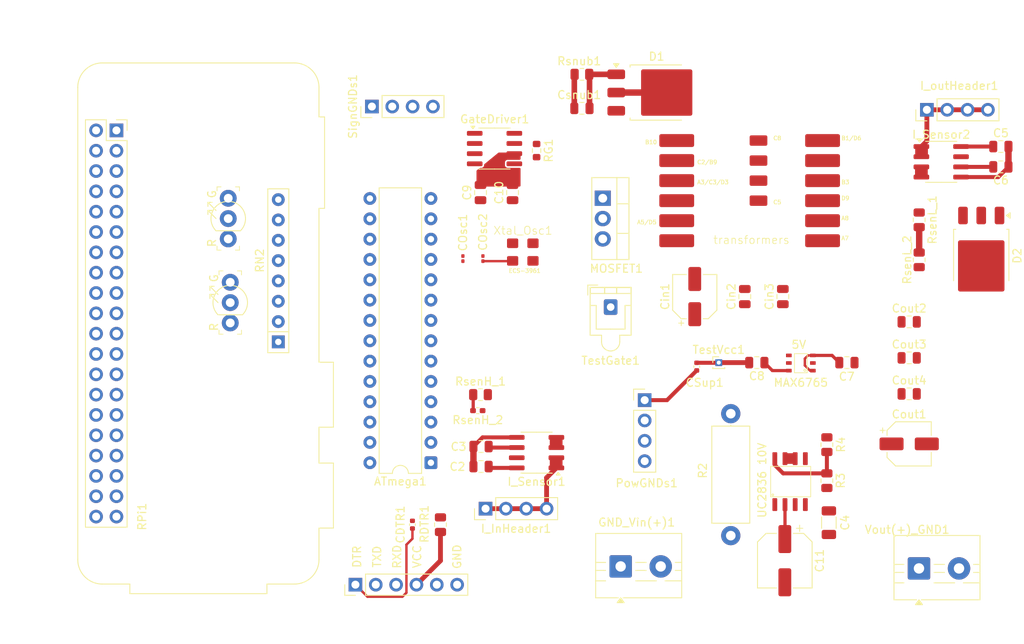
<source format=kicad_pcb>
(kicad_pcb (version 20241229) (generator "pcbnew") (generator_version "9.0")
  (title_block (title "EV Microgrid Flyback Converter ") (company "Cal Poly, Senior Project"))
  (layers (0 "F.Cu" signal) (2 "B.Cu" signal) (13 "F.Paste" user) (15 "B.Paste" user) (5 "F.SilkS" user "F.Silkscreen") (7 "B.SilkS" user "B.Silkscreen") (1 "F.Mask" user) (3 "B.Mask" user) (25 "Edge.Cuts" user))
  (net 0 "")
  (net 1 "/+5Vcc")
  (net 2 "AGND")
  (net 3 "Net-(I_Sensor1-FILTER)")
  (net 4 "PGND")
  (net 5 "/+10Vcc")
  (net 6 "Net-(I_Sensor2-FILTER)")
  (net 7 "Net-(MAX6765-ENABLE)")
  (net 8 "Net-(MAX6765-OUT)")
  (net 9 "/DTR")
  (net 10 "/!Reset")
  (net 11 "Net-(D1-A)")
  (net 12 "/Vin(+)")
  (net 13 "Net-(D2-K)")
  (net 14 "Net-(T1-SA)")
  (net 15 "Net-(D1-K)")
  (net 16 "Net-(D2-A)")
  (net 18 "/PWM")
  (net 20 "Net-(GateDriver1-~{OUT_A})")
  (net 23 "Net-(I_outHeader1-Pin_1)")
  (net 24 "Net-(T1-AA)")
  (net 25 "/IH")
  (net 26 "/IL")
  (net 27 "Net-(UC2836_10V1-Shutdown)")
  (net 28 "/Red1")
  (net 29 "/Green1")
  (net 30 "Net-(D3-A1)")
  (net 31 "Net-(D3-A2)")
  (net 32 "Net-(D4-A2)")
  (net 33 "/Red2")
  (net 34 "/Green2")
  (net 35 "Net-(D4-A1)")
  (net 36 "/VH")
  (net 38 "/VL")
  (net 39 "/SCLK")
  (net 40 "Net-(ATmega1-XTAL1{slash}PB6)")
  (net 41 "Net-(ATmega1-XTAL2{slash}PB7)")
  (net 43 "/!SS")
  (net 44 "/MOSI")
  (net 45 "/RXD")
  (net 47 "/TXD")
  (net 48 "/ProReset")
  (net 49 "/MISO")
  (net 50 "Net-(UC2836_10V1-Driver_Sink)")
  (net 51 "Net-(UC2836_10V1-Feedback)")
  (net 67 "Net-(RPi1-3V3-Pad1)")
  (net 82 "Net-(MOSFET1-G)")
  (footprint "Capacitor_SMD:C_0201_0603Metric" (layer "F.Cu") (at 136.01 80.13 -90)
    (property "Reference" "COsc2")
    (property "Value" "22pF" (hide yes))
  )
  (footprint "Capacitor_SMD:C_0805_2012Metric" (layer "F.Cu") (at 170.21 93.13 180)
    (property "Reference" "C8")
    (property "Value" "0.1u" (hide yes))
  )
  (footprint "Capacitor_SMD:C_0805_2012Metric" (layer "F.Cu") (at 189.235 92.535)
    (property "Reference" "Cout3")
    (property "Value" "5u" (hide yes))
  )
  (footprint "Capacitor_SMD:C_0201_0603Metric" (layer "F.Cu") (at 133.51 80.13 -90)
    (property "Reference" "COsc1")
    (property "Value" "22pF" (hide yes))
  )
  (footprint "Resistor_SMD:R_0805_2012Metric" (layer "F.Cu") (at 178.96 103.38 -90)
    (property "Reference" "R4")
    (property "Value" "2.5k" (hide yes))
  )
  (footprint "Capacitor_SMD:C_0805_2012Metric" (layer "F.Cu") (at 189.235 88.035)
    (property "Reference" "Cout2")
    (property "Value" "5u" (hide yes))
  )
  (footprint "Resistor_SMD:R_0805_2012Metric" (layer "F.Cu") (at 130.71 113.38 -90)
    (property "Reference" "RDTR1")
    (property "Value" "10k" (hide yes))
  )
  (footprint "Capacitor_SMD:C_0805_2012Metric" (layer "F.Cu") (at 168.71 84.88 90)
    (property "Reference" "Cin2")
    (property "Value" "5u" (hide yes))
  )
  (footprint "FlybackSpecialtyComps:LED_3pin_P2.54mm" (layer "F.Cu") (at 104.21 77.67 90)
    (property "Reference" "D4" (hide yes))
    (property "Value" "LED_Dual_AKA" (hide yes))
  )
  (footprint "Capacitor_SMD:C_0805_2012Metric" (layer "F.Cu") (at 189.235 97.035)
    (property "Reference" "Cout4")
    (property "Value" "5u" (hide yes))
  )
  (footprint "Package_SO:SOIC-8_3.9x4.9mm_P1.27mm" (layer "F.Cu") (at 193.235 68.035)
    (property "Reference" "I_Sensor2")
    (property "Value" "ACS712xLCTR-05B" (hide yes))
  )
  (footprint "Package_SO:SOIC-8_3.9x4.9mm_P1.27mm" (layer "F.Cu") (at 137.46 66.38)
    (property "Reference" "GateDriver1")
    (property "Value" "TC4426xOA" (hide yes))
  )
  (footprint "Connector_PinHeader_1.00mm:PinHeader_1x01_P1.00mm_Vertical" (layer "F.Cu") (at 165.46 93.13)
    (property "Reference" "TestVcc1")
    (property "Value" "Conn_01x01_Pin" (hide yes))
  )
  (footprint "FlybackSpecialtyComps:transformers" (layer "F.Cu") (at 160.21 65.38)
    (property "Reference" "T1" (hide yes))
    (property "Value" "Transformer_1P_1S" (hide yes))
  )
  (footprint "Capacitor_SMD:CP_Elec_5x4.5" (layer "F.Cu") (at 162.46 84.88 90)
    (property "Reference" "Cin1")
    (property "Value" "10u" (hide yes))
  )
  (footprint "Package_TO_SOT_SMD:TO-252-3_TabPin2" (layer "F.Cu") (at 198.235 79.785 -90)
    (property "Reference" "D2")
    (property "Value" "D" (hide yes))
  )
  (footprint "Resistor_THT:R_Array_SIP8" (layer "F.Cu") (at 110.46 90.54 90)
    (property "Reference" "RN2")
    (property "Value" "R_Pack04_SIP" (hide yes))
  )
  (footprint "Resistor_SMD:R_0805_2012Metric" (layer "F.Cu") (at 148.3725 57.105)
    (property "Reference" "Rsnub1")
    (property "Value" "110" (hide yes))
  )
  (footprint "Capacitor_SMD:C_0805_2012Metric" (layer "F.Cu") (at 135.71 71.88 90)
    (property "Reference" "C9")
    (property "Value" "10u" (hide yes))
  )
  (footprint "Connector_PinHeader_2.54mm:PinHeader_1x04_P2.54mm_Vertical" (layer "F.Cu") (at 136.34 111.38 90)
    (property "Reference" "I_InHeader1")
    (property "Value" "Conn_01x04_Pin" (hide yes))
  )
  (footprint "Capacitor_SMD:C_0805_2012Metric" (layer "F.Cu") (at 181.46 93.13)
    (property "Reference" "C7")
    (property "Value" "10u" (hide yes))
  )
  (footprint "Capacitor_SMD:C_0805_2012Metric" (layer "F.Cu") (at 148.3725 61.355)
    (property "Reference" "Csnub1")
    (property "Value" "4n" (hide yes))
  )
  (footprint "Capacitor_SMD:CP_Elec_5x4.5" (layer "F.Cu") (at 189.235 103.285)
    (property "Reference" "Cout1")
    (property "Value" "15u" (hide yes))
  )
  (footprint "Capacitor_SMD:C_0402_1005Metric" (layer "F.Cu") (at 162.71 93.63 -90)
    (property "Reference" "CSup1")
    (property "Value" "1uF" (hide yes))
  )
  (footprint "Capacitor_SMD:C_0805_2012Metric" (layer "F.Cu") (at 135.776297 106.116938 180)
    (property "Reference" "C2")
    (property "Value" "0.1u" (hide yes))
  )
  (footprint "Capacitor_SMD:C_0805_2012Metric" (layer "F.Cu") (at 200.685 66.13)
    (property "Reference" "C5")
    (property "Value" "0.1u" (hide yes))
  )
  (footprint "Connector_PinHeader_2.54mm:PinHeader_1x04_P2.54mm_Vertical" (layer "F.Cu") (at 156.21 97.82)
    (property "Reference" "PowGNDs1")
    (property "Value" "Conn_01x04_Pin" (hide yes))
  )
  (footprint "Connector_JST:JST_XH_B1B-XH-AM_1x01_P2.50mm_Vertical" (layer "F.Cu") (at 151.96 86.19)
    (property "Reference" "TestGate1")
    (property "Value" "Conn_01x01_Pin" (hide yes))
  )
  (footprint "FlybackSpecialtyComps:Max6765" (layer "F.Cu") (at 177.21 94.13 180)
    (property "Reference" "MAX6765")
    (property "Value" "5V Regulator" (hide yes))
  )
  (footprint "FlybackSpecialtyComps:FTDI_USB_TTL_Header" (layer "F.Cu") (at 120.09 120.88 90)
    (property "Reference" "Header1" (hide yes))
    (property "Value" "Conn_01x06_Male" (hide yes))
  )
  (footprint "Resistor_SMD:R_0805_2012Metric" (layer "F.Cu") (at 135.71 97.13)
    (property "Reference" "RsenH_1")
    (property "Value" "120k" (hide yes))
  )
  (footprint "Connector_PinHeader_2.54mm:PinHeader_1x04_P2.54mm_Vertical" (layer "F.Cu") (at 191.445 61.535 90)
    (property "Reference" "I_outHeader1")
    (property "Value" "Conn_01x04_Pin" (hide yes))
  )
  (footprint "Package_SO:SOIC-8_3.9x4.9mm_P1.27mm" (layer "F.Cu") (at 142.71 104.38 180)
    (property "Reference" "I_Sensor1")
    (property "Value" "ACS712xLCTR-05B" (hide yes))
  )
  (footprint "Resistor_SMD:R_0402_1005Metric_Pad0.72x0.64mm_HandSolder" (layer "F.Cu") (at 135.370389 99.13 180)
    (property "Reference" "RsenH_2")
    (property "Value" "10k" (hide yes))
  )
  (footprint "Capacitor_SMD:C_0402_1005Metric" (layer "F.Cu") (at 127.21 113.38 -90)
    (property "Reference" "CDTR1")
    (property "Value" "1uF" (hide yes))
  )
  (footprint "Resistor_SMD:R_0805_2012Metric" (layer "F.Cu") (at 190.485 75.285 -90)
    (property "Reference" "RsenL_1")
    (property "Value" "120k" (hide yes))
  )
  (footprint "Capacitor_SMD:C_0805_2012Metric" (layer "F.Cu") (at 139.71 71.88 90)
    (property "Reference" "C10")
    (property "Value" "0.1u" (hide yes))
  )
  (footprint "Resistor_SMD:R_0805_2012Metric" (layer "F.Cu") (at 178.96 107.88 90)
    (property "Reference" "R3")
    (property "Value" "7500" (hide yes))
  )
  (footprint "FlybackSpecialtyComps:LED_3pin_P2.54mm" (layer "F.Cu") (at 104.46 88.17 90)
    (property "Reference" "D3" (hide yes))
    (property "Value" "LED_Dual_AKA" (hide yes))
  )
  (footprint "Capacitor_SMD:C_0805_2012Metric" (layer "F.Cu") (at 173.46 84.88 90)
    (property "Reference" "Cin3")
    (property "Value" "5u" (hide yes))
  )
  (footprint "TerminalBlock:TerminalBlock_MaiXu_MX126-5.0-02P_1x02_P5.00mm" (layer "F.Cu") (at 153.21 118.5975)
    (property "Reference" "GND_Vin(+)1")
    (property "Value" "Screw_Terminal_01x02" (hide yes))
  )
  (footprint "Package_DIP:DIP-28_W7.62mm" (layer "F.Cu") (at 129.515 105.64 180)
    (property "Reference" "ATmega1")
    (property "Value" "ATmega328P-P" (hide yes))
  )
  (footprint "FlybackSpecialtyComps:UC2836" (layer "F.Cu") (at 172.46 110.87 90)
    (property "Reference" "UC2836_10V1" (hide yes))
    (property "Value" "10V Regulator" (hide yes))
  )
  (footprint "Package_TO_SOT_THT:TO-220-3_Vertical" (layer "F.Cu") (at 150.976 72.59 -90)
    (property "Reference" "MOSFET1")
    (property "Value" "IRF540N" (hide yes))
  )
  (footprint "Capacitor_SMD:C_0805_2012Metric" (layer "F.Cu") (at 135.776297 103.616938)
    (property "Reference" "C3")
    (property "Value" "1n" (hide yes))
  )
  (footprint "Connector_PinHeader_2.54mm:PinHeader_1x04_P2.54mm_Vertical" (layer "F.Cu") (at 122.15 61.13 90)
    (property "Reference" "SignGNDs1")
    (property "Value" "Conn_01x04_Pin" (hide yes))
  )
  (footprint "Resistor_SMD:R_0603_1608Metric" (layer "F.Cu") (at 142.71 66.63 -90)
    (property "Reference" "RG1")
    (property "Value" "0" (hide yes))
  )
  (footprint "FlybackSpecialtyComps:Raspberry_Pi_Zero_and_Four" (layer "F.Cu") (at 90.25 64.11)
    (property "Reference" "RPi1")
    (property "Value" "Raspberry_Pi_2_3")
  )
  (footprint "Resistor_SMD:R_0805_2012Metric" (layer "F.Cu") (at 190.485 80.285 -90)
    (property "Reference" "RsenL_2")
    (property "Value" "10k" (hide yes))
  )
  (footprint "Capacitor_SMD:C_1206_3216Metric" (layer "F.Cu") (at 179.21 113.13 -90)
    (property "Reference" "C4")
    (property "Value" "30u" (hide yes))
  )
  (footprint "TerminalBlock:TerminalBlock_MaiXu_MX126-5.0-02P_1x02_P5.00mm" (layer "F.Cu") (at 190.46 118.8475)
    (property "Reference" "Vout(+)_GND1")
    (property "Value" "Screw_Terminal_01x02" (hide yes))
  )
  (footprint "Capacitor_SMD:C_0805_2012Metric" (layer "F.Cu") (at 200.685 68.668596 180)
    (property "Reference" "C6")
    (property "Value" "1n" (hide yes))
  )
  (footprint "FlybackSpecialtyComps:oscillator" (layer "F.Cu") (at 139.72 78.215)
    (property "Reference" "Xtal_Osc1")
    (property "Value" "ASCO" (hide yes))
  )
  (footprint "Resistor_THT:R_Axial_DIN0414_L11.9mm_D4.5mm_P15.24mm_Horizontal" (layer "F.Cu") (at 166.96 114.75 90)
    (property "Reference" "R2")
    (property "Value" "0.1" (hide yes))
  )
  (footprint "Capacitor_SMD:CP_Elec_6.3x7.7" (layer "F.Cu") (at 173.71 117.88 -90)
    (property "Reference" "C11")
    (property "Value" "30u" (hide yes))
  )
  (footprint "Package_TO_SOT_SMD:TO-252-3_TabPin2" (layer "F.Cu") (at 157.7 59.38)
    (property "Reference" "D1")
    (property "Value" "D" (hide yes))
  )
  (gr_text "5V" (at 175.46 90.88 0) (layer "F.SilkS") (effects (font (size 1 1))))
  (segment (start 127.71 120.88) (end 130.71 117.88) (width 0.6) (layer "F.Cu") (net 1))
  (segment (start 162.71 93.15) (end 165.44 93.15) (width 0.5) (layer "F.Cu") (net 1))
  (segment (start 165.46 93.13) (end 169.26 93.13) (width 0.6) (layer "F.Cu") (net 1))
  (segment (start 130.71 117.88) (end 130.71 114.2925) (width 0.6) (layer "F.Cu") (net 1))
  (segment (start 140.235 106.355) (end 140.21 106.38) (width 0.2) (layer "F.Cu") (net 1))
  (segment (start 199.735 66.13) (end 195.71 66.13) (width 0.5) (layer "F.Cu") (net 1))
  (segment (start 140.235 106.285) (end 136.894359 106.285) (width 0.5) (layer "F.Cu") (net 1))
  (segment (start 140.235 106.285) (end 140.235 106.355) (width 0.2) (layer "F.Cu") (net 1))
  (segment (start 136.894359 106.285) (end 136.726297 106.116938) (width 0.2) (layer "F.Cu") (net 1))
  (segment (start 134.826297 106.116938) (end 134.826297 103.616938) (width 0.8) (layer "F.Cu") (net 2))
  (segment (start 140.235 102.475) (end 135.968235 102.475) (width 0.5) (layer "F.Cu") (net 2))
  (segment (start 195.71 69.94) (end 200.363596 69.94) (width 0.5) (layer "F.Cu") (net 2))
  (segment (start 135.968235 102.475) (end 134.826297 103.616938) (width 0.5) (layer "F.Cu") (net 2))
  (segment (start 201.635 66.13) (end 201.635 68.668596) (width 0.8) (layer "F.Cu") (net 2))
  (segment (start 200.363596 69.94) (end 201.635 68.668596) (width 0.5) (layer "F.Cu") (net 2))
  (segment (start 136.854359 103.745) (end 136.726297 103.616938) (width 0.2) (layer "F.Cu") (net 3))
  (segment (start 140.235 103.745) (end 136.854359 103.745) (width 0.5) (layer "F.Cu") (net 3))
  (segment (start 159 97.82) (end 162.71 94.11) (width 0.5) (layer "F.Cu") (net 4))
  (segment (start 156.21 97.82) (end 159 97.82) (width 0.5) (layer "F.Cu") (net 4))
  (segment (start 195.711404 68.668596) (end 195.71 68.67) (width 0.2) (layer "F.Cu") (net 6))
  (segment (start 199.735 68.668596) (end 195.711404 68.668596) (width 0.5) (layer "F.Cu") (net 6))
  (segment (start 176.61 92.23) (end 177.21 92.23) (width 0.3) (layer "F.Cu") (net 7))
  (segment (start 176.21 93.484999) (end 176.21 92.63) (width 0.3) (layer "F.Cu") (net 7))
  (segment (start 180.51 93.13) (end 179.61 92.23) (width 0.4) (layer "F.Cu") (net 7))
  (segment (start 176.21 92.63) (end 176.61 92.23) (width 0.3) (layer "F.Cu") (net 7))
  (segment (start 177.21 94.13) (end 176.855001 94.13) (width 0.3) (layer "F.Cu") (net 7))
  (segment (start 179.61 92.23) (end 177.21 92.23) (width 0.4) (layer "F.Cu") (net 7))
  (segment (start 176.855001 94.13) (end 176.21 93.484999) (width 0.3) (layer "F.Cu") (net 7))
  (segment (start 172.16 94.13) (end 171.16 93.13) (width 0.4) (layer "F.Cu") (net 8))
  (segment (start 174.21 94.13) (end 172.16 94.13) (width 0.4) (layer "F.Cu") (net 8))
  (segment (start 120.09 120.88) (end 120.21 120.88) (width 0.2) (layer "F.Cu") (net 9))
  (segment (start 120.09 120.88) (end 121.59 122.38) (width 0.3) (layer "F.Cu") (net 9))
  (segment (start 121.59 122.38) (end 125.96 122.38) (width 0.3) (layer "F.Cu") (net 9))
  (segment (start 126.46 115.88) (end 127.21 115.13) (width 0.3) (layer "F.Cu") (net 9))
  (segment (start 127.21 115.13) (end 127.21 113.86) (width 0.3) (layer "F.Cu") (net 9))
  (segment (start 126.46 121.88) (end 126.46 115.88) (width 0.3) (layer "F.Cu") (net 9))
  (segment (start 125.96 122.38) (end 126.46 121.88) (width 0.3) (layer "F.Cu") (net 9))
  (segment (start 152.66 59.38) (end 158.96 59.38) (width 0.8) (layer "F.Cu") (net 11))
  (segment (start 145.095 105.015) (end 144.96 104.88) (width 0.2) (layer "F.Cu") (net 12))
  (segment (start 145.185 105.015) (end 145.095 105.015) (width 0.2) (layer "F.Cu") (net 12))
  (segment (start 143.96 107.51) (end 143.96 111.38) (width 0.6) (layer "F.Cu") (net 12))
  (segment (start 145.185 106.285) (end 143.96 107.51) (width 0.6) (layer "F.Cu") (net 12))
  (segment (start 143.96 111.38) (end 136.34 111.38) (width 0.6) (layer "F.Cu") (net 12))
  (segment (start 149.285 57.105) (end 152.655 57.105) (width 0.7) (layer "F.Cu") (net 15))
  (segment (start 149.3225 61.355) (end 149.3225 57.1425) (width 0.7) (layer "F.Cu") (net 15))
  (segment (start 152.655 57.105) (end 152.66 57.1) (width 0.7) (layer "F.Cu") (net 15))
  (segment (start 191.445 65.445) (end 191.445 61.535) (width 0.6) (layer "F.Cu") (net 23))
  (segment (start 191.445 65.445) (end 190.76 66.13) (width 0.6) (layer "F.Cu") (net 23))
  (segment (start 191.445 61.535) (end 199.065 61.535) (width 0.6) (layer "F.Cu") (net 23))
  (segment (start 147.4225 61.355) (end 147.4225 57.1425) (width 0.7) (layer "F.Cu") (net 24))
  (segment (start 173.73 110.87) (end 173.73 115.16) (width 0.4) (layer "F.Cu") (net 27))
  (segment (start 134.7975 97.13) (end 134.7975 99.105389) (width 0.4) (layer "F.Cu") (net 36))
  (segment (start 190.485 76.1975) (end 190.485 79.3725) (width 0.8) (layer "F.Cu") (net 38))
  (segment (start 139.685 80.45) (end 136.01 80.45) (width 0.3) (layer "F.Cu") (net 40))
  (segment (start 178.96 104.2925) (end 178.96 106.9675) (width 0.5) (layer "F.Cu") (net 51))
  (segment (start 178.96 106.9675) (end 173.497501 106.9675) (width 0.5) (layer "F.Cu") (net 51))
  (segment (start 172.46 105.929999) (end 172.46 105.13) (width 0.5) (layer "F.Cu") (net 51))
  (segment (start 173.497501 106.9675) (end 172.46 105.929999) (width 0.5) (layer "F.Cu") (net 51))
  (zone (net 50) (net_name "Net-(UC2836_10V1-Driver_Sink)") (layer "F.Cu") (priority 1) (connect_pads yes (clearance 0)) (min_thickness 0.25) (fill yes (thermal_gap 0.5) (thermal_bridge_width 0.5))
    (polygon (pts (xy 173.622987 105.781217) (xy 175.085932 105.781217) (xy 175.085932 104.455854) (xy 173.622987 104.455854)))
  )
  (zone (net 5) (net_name "/+10Vcc") (layer "F.Cu") (priority 2) (connect_pads yes (clearance 0)) (min_thickness 0.25) (fill yes (thermal_gap 0.5) (thermal_bridge_width 0.5))
    (polygon (pts (xy 135.21 71.13) (xy 135.21 69.13) (xy 137.96 66.88) (xy 140.71 66.88) (xy 140.71 71.13)))
  )
  (zone (net 12) (net_name "/Vin(+)") (layer "F.Cu") (connect_pads yes (clearance 0)) (min_thickness 0.25) (fill yes (thermal_gap 0.5) (thermal_bridge_width 0.5))
    (polygon (pts (xy 145.950824 106.38) (xy 145.950824 104.88) (xy 144.360655 104.88) (xy 144.360655 106.38)))
  )
  (zone (net 16) (net_name "Net-(D2-A)") (layer "F.Cu") (connect_pads yes (clearance 0)) (min_thickness 0.25) (fill yes (thermal_gap 0.5) (thermal_bridge_width 0.5))
    (polygon (pts (xy 189.965853 68.558052) (xy 189.965853 70.058052) (xy 191.556022 70.058052) (xy 191.556022 68.558052)))
  )
  (zone (net 23) (net_name "Net-(I_outHeader1-Pin_1)") (layer "F.Cu") (connect_pads yes (clearance 0)) (min_thickness 0.25) (fill yes (thermal_gap 0.5) (thermal_bridge_width 0.5))
    (polygon (pts (xy 189.986429 66.044415) (xy 189.986429 67.544415) (xy 191.576598 67.544415) (xy 191.576598 66.044415)))
  )
  (zone (net 24) (net_name "Net-(T1-AA)") (layer "F.Cu") (connect_pads yes (clearance 0.1)) (min_thickness 0.25) (fill yes (thermal_gap 0.5) (thermal_bridge_width 0.5))
    (polygon (pts (xy 145.950824 103.88) (xy 145.950824 102.38) (xy 144.360655 102.38) (xy 144.360655 103.88)))
  )
)
</source>
